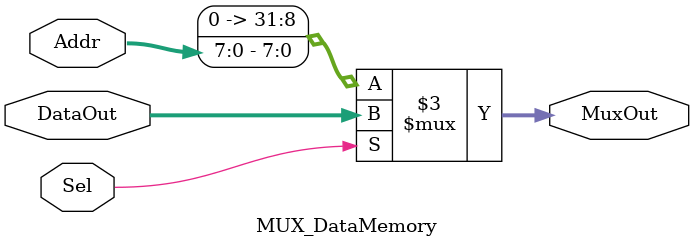
<source format=v>
module MUX_DataMemory(
    input [7:0] Addr,        // Address input (8-bit)
    input [31:0] DataOut,    // Data Memory output (32-bit)
    input Sel,               // Select signal
    output reg [31:0] MuxOut // Multiplexer output
);

    always @(*) begin
        if (Sel)
            MuxOut = DataOut;  // Select DataOut when Sel = 1
        else
            MuxOut = {24'b0, Addr};  // Zero-extend Addr to 32 bits when Sel = 0
    end

endmodule


</source>
